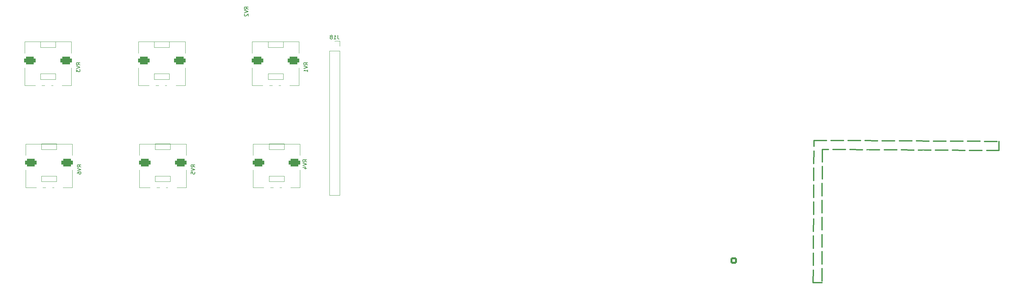
<source format=gbo>
G04 #@! TF.GenerationSoftware,KiCad,Pcbnew,7.0.2*
G04 #@! TF.CreationDate,2024-04-03T16:33:45+02:00*
G04 #@! TF.ProjectId,stm_audio_board_V3,73746d5f-6175-4646-996f-5f626f617264,rev?*
G04 #@! TF.SameCoordinates,Original*
G04 #@! TF.FileFunction,Legend,Bot*
G04 #@! TF.FilePolarity,Positive*
%FSLAX46Y46*%
G04 Gerber Fmt 4.6, Leading zero omitted, Abs format (unit mm)*
G04 Created by KiCad (PCBNEW 7.0.2) date 2024-04-03 16:33:45*
%MOMM*%
%LPD*%
G01*
G04 APERTURE LIST*
G04 Aperture macros list*
%AMRoundRect*
0 Rectangle with rounded corners*
0 $1 Rounding radius*
0 $2 $3 $4 $5 $6 $7 $8 $9 X,Y pos of 4 corners*
0 Add a 4 corners polygon primitive as box body*
4,1,4,$2,$3,$4,$5,$6,$7,$8,$9,$2,$3,0*
0 Add four circle primitives for the rounded corners*
1,1,$1+$1,$2,$3*
1,1,$1+$1,$4,$5*
1,1,$1+$1,$6,$7*
1,1,$1+$1,$8,$9*
0 Add four rect primitives between the rounded corners*
20,1,$1+$1,$2,$3,$4,$5,0*
20,1,$1+$1,$4,$5,$6,$7,0*
20,1,$1+$1,$6,$7,$8,$9,0*
20,1,$1+$1,$8,$9,$2,$3,0*%
G04 Aperture macros list end*
%ADD10C,0.300000*%
%ADD11C,0.150000*%
%ADD12C,0.120000*%
%ADD13C,5.600000*%
%ADD14C,3.000000*%
%ADD15R,1.600000X1.600000*%
%ADD16C,1.600000*%
%ADD17R,1.850000X1.850000*%
%ADD18C,1.850000*%
%ADD19R,2.000000X4.600000*%
%ADD20O,2.000000X4.200000*%
%ADD21O,4.200000X2.000000*%
%ADD22RoundRect,0.250000X0.600000X-0.600000X0.600000X0.600000X-0.600000X0.600000X-0.600000X-0.600000X0*%
%ADD23C,1.700000*%
%ADD24R,1.700000X1.700000*%
%ADD25O,1.700000X1.700000*%
%ADD26R,1.524000X1.524000*%
%ADD27C,1.524000*%
%ADD28C,3.500000*%
%ADD29R,1.800000X1.800000*%
%ADD30C,1.800000*%
%ADD31RoundRect,0.500000X1.000000X-0.500000X1.000000X0.500000X-1.000000X0.500000X-1.000000X-0.500000X0*%
G04 APERTURE END LIST*
D10*
X304725000Y-110800000D02*
X304725000Y-113200000D01*
X304725000Y-113200000D02*
X301425057Y-113180537D01*
X300225078Y-113173459D02*
X296925136Y-113153995D01*
X295725157Y-113146918D02*
X292425214Y-113127454D01*
X291225235Y-113120377D02*
X287925292Y-113100913D01*
X286725313Y-113093836D02*
X283425370Y-113074372D01*
X282225391Y-113067295D02*
X278925449Y-113047831D01*
X277725470Y-113040753D02*
X274425527Y-113021290D01*
X273225548Y-113014212D02*
X269925605Y-112994749D01*
X268725626Y-112987671D02*
X265425684Y-112968208D01*
X264225704Y-112961130D02*
X260925762Y-112941667D01*
X259725783Y-112934589D02*
X258100000Y-112925001D01*
X258100000Y-112925000D02*
X258090625Y-116224987D01*
X258087216Y-117424982D02*
X258077841Y-120724969D01*
X258074432Y-121924964D02*
X258065057Y-125224950D01*
X258061648Y-126424946D02*
X258052273Y-129724932D01*
X258048864Y-130924927D02*
X258039489Y-134224914D01*
X258036080Y-135424909D02*
X258026705Y-138724896D01*
X258023296Y-139924891D02*
X258013921Y-143224878D01*
X258010512Y-144424873D02*
X258001137Y-147724860D01*
X258000000Y-148125000D02*
X255700000Y-148125000D01*
X255700000Y-148125000D02*
X255717553Y-144825047D01*
X255723936Y-143625064D02*
X255741489Y-140325110D01*
X255747872Y-139125127D02*
X255765425Y-135825174D01*
X255771807Y-134625191D02*
X255789360Y-131325238D01*
X255795743Y-130125255D02*
X255813296Y-126825301D01*
X255819679Y-125625318D02*
X255837232Y-122325365D01*
X255843615Y-121125382D02*
X255861168Y-117825429D01*
X255867551Y-116625446D02*
X255885104Y-113325492D01*
X255891487Y-112125509D02*
X255900000Y-110525000D01*
X255900000Y-110525000D02*
X259199948Y-110543586D01*
X260399929Y-110550345D02*
X263699876Y-110568932D01*
X264899857Y-110575690D02*
X268199805Y-110594277D01*
X269399786Y-110601036D02*
X272699734Y-110619622D01*
X273899714Y-110626381D02*
X277199662Y-110644967D01*
X278399643Y-110651726D02*
X281699591Y-110670313D01*
X282899572Y-110677071D02*
X286199519Y-110695658D01*
X287399500Y-110702417D02*
X290699448Y-110721003D01*
X291899429Y-110727762D02*
X295199377Y-110746348D01*
X296399358Y-110753107D02*
X299699305Y-110771693D01*
X300899286Y-110778452D02*
X304199234Y-110797039D01*
D11*
X122153814Y-116237442D02*
X121677623Y-115904109D01*
X122153814Y-115666014D02*
X121153814Y-115666014D01*
X121153814Y-115666014D02*
X121153814Y-116046966D01*
X121153814Y-116046966D02*
X121201433Y-116142204D01*
X121201433Y-116142204D02*
X121249052Y-116189823D01*
X121249052Y-116189823D02*
X121344290Y-116237442D01*
X121344290Y-116237442D02*
X121487147Y-116237442D01*
X121487147Y-116237442D02*
X121582385Y-116189823D01*
X121582385Y-116189823D02*
X121630004Y-116142204D01*
X121630004Y-116142204D02*
X121677623Y-116046966D01*
X121677623Y-116046966D02*
X121677623Y-115666014D01*
X121153814Y-116523157D02*
X122153814Y-116856490D01*
X122153814Y-116856490D02*
X121153814Y-117189823D01*
X121487147Y-117951728D02*
X122153814Y-117951728D01*
X121106195Y-117713633D02*
X121820480Y-117475538D01*
X121820480Y-117475538D02*
X121820480Y-118094585D01*
X106696614Y-75856804D02*
X106220423Y-75523471D01*
X106696614Y-75285376D02*
X105696614Y-75285376D01*
X105696614Y-75285376D02*
X105696614Y-75666328D01*
X105696614Y-75666328D02*
X105744233Y-75761566D01*
X105744233Y-75761566D02*
X105791852Y-75809185D01*
X105791852Y-75809185D02*
X105887090Y-75856804D01*
X105887090Y-75856804D02*
X106029947Y-75856804D01*
X106029947Y-75856804D02*
X106125185Y-75809185D01*
X106125185Y-75809185D02*
X106172804Y-75761566D01*
X106172804Y-75761566D02*
X106220423Y-75666328D01*
X106220423Y-75666328D02*
X106220423Y-75285376D01*
X105696614Y-76142519D02*
X106696614Y-76475852D01*
X106696614Y-76475852D02*
X105696614Y-76809185D01*
X105791852Y-77094900D02*
X105744233Y-77142519D01*
X105744233Y-77142519D02*
X105696614Y-77237757D01*
X105696614Y-77237757D02*
X105696614Y-77475852D01*
X105696614Y-77475852D02*
X105744233Y-77571090D01*
X105744233Y-77571090D02*
X105791852Y-77618709D01*
X105791852Y-77618709D02*
X105887090Y-77666328D01*
X105887090Y-77666328D02*
X105982328Y-77666328D01*
X105982328Y-77666328D02*
X106125185Y-77618709D01*
X106125185Y-77618709D02*
X106696614Y-77047281D01*
X106696614Y-77047281D02*
X106696614Y-77666328D01*
X92661814Y-117609042D02*
X92185623Y-117275709D01*
X92661814Y-117037614D02*
X91661814Y-117037614D01*
X91661814Y-117037614D02*
X91661814Y-117418566D01*
X91661814Y-117418566D02*
X91709433Y-117513804D01*
X91709433Y-117513804D02*
X91757052Y-117561423D01*
X91757052Y-117561423D02*
X91852290Y-117609042D01*
X91852290Y-117609042D02*
X91995147Y-117609042D01*
X91995147Y-117609042D02*
X92090385Y-117561423D01*
X92090385Y-117561423D02*
X92138004Y-117513804D01*
X92138004Y-117513804D02*
X92185623Y-117418566D01*
X92185623Y-117418566D02*
X92185623Y-117037614D01*
X91661814Y-117894757D02*
X92661814Y-118228090D01*
X92661814Y-118228090D02*
X91661814Y-118561423D01*
X91661814Y-119370947D02*
X91661814Y-118894757D01*
X91661814Y-118894757D02*
X92138004Y-118847138D01*
X92138004Y-118847138D02*
X92090385Y-118894757D01*
X92090385Y-118894757D02*
X92042766Y-118989995D01*
X92042766Y-118989995D02*
X92042766Y-119228090D01*
X92042766Y-119228090D02*
X92090385Y-119323328D01*
X92090385Y-119323328D02*
X92138004Y-119370947D01*
X92138004Y-119370947D02*
X92233242Y-119418566D01*
X92233242Y-119418566D02*
X92471337Y-119418566D01*
X92471337Y-119418566D02*
X92566575Y-119370947D01*
X92566575Y-119370947D02*
X92614195Y-119323328D01*
X92614195Y-119323328D02*
X92661814Y-119228090D01*
X92661814Y-119228090D02*
X92661814Y-118989995D01*
X92661814Y-118989995D02*
X92614195Y-118894757D01*
X92614195Y-118894757D02*
X92566575Y-118847138D01*
X130317123Y-82719819D02*
X130317123Y-83434104D01*
X130317123Y-83434104D02*
X130364742Y-83576961D01*
X130364742Y-83576961D02*
X130459980Y-83672200D01*
X130459980Y-83672200D02*
X130602837Y-83719819D01*
X130602837Y-83719819D02*
X130698075Y-83719819D01*
X129317123Y-83719819D02*
X129888551Y-83719819D01*
X129602837Y-83719819D02*
X129602837Y-82719819D01*
X129602837Y-82719819D02*
X129698075Y-82862676D01*
X129698075Y-82862676D02*
X129793313Y-82957914D01*
X129793313Y-82957914D02*
X129888551Y-83005533D01*
X128745694Y-83148390D02*
X128840932Y-83100771D01*
X128840932Y-83100771D02*
X128888551Y-83053152D01*
X128888551Y-83053152D02*
X128936170Y-82957914D01*
X128936170Y-82957914D02*
X128936170Y-82910295D01*
X128936170Y-82910295D02*
X128888551Y-82815057D01*
X128888551Y-82815057D02*
X128840932Y-82767438D01*
X128840932Y-82767438D02*
X128745694Y-82719819D01*
X128745694Y-82719819D02*
X128555218Y-82719819D01*
X128555218Y-82719819D02*
X128459980Y-82767438D01*
X128459980Y-82767438D02*
X128412361Y-82815057D01*
X128412361Y-82815057D02*
X128364742Y-82910295D01*
X128364742Y-82910295D02*
X128364742Y-82957914D01*
X128364742Y-82957914D02*
X128412361Y-83053152D01*
X128412361Y-83053152D02*
X128459980Y-83100771D01*
X128459980Y-83100771D02*
X128555218Y-83148390D01*
X128555218Y-83148390D02*
X128745694Y-83148390D01*
X128745694Y-83148390D02*
X128840932Y-83196009D01*
X128840932Y-83196009D02*
X128888551Y-83243628D01*
X128888551Y-83243628D02*
X128936170Y-83338866D01*
X128936170Y-83338866D02*
X128936170Y-83529342D01*
X128936170Y-83529342D02*
X128888551Y-83624580D01*
X128888551Y-83624580D02*
X128840932Y-83672200D01*
X128840932Y-83672200D02*
X128745694Y-83719819D01*
X128745694Y-83719819D02*
X128555218Y-83719819D01*
X128555218Y-83719819D02*
X128459980Y-83672200D01*
X128459980Y-83672200D02*
X128412361Y-83624580D01*
X128412361Y-83624580D02*
X128364742Y-83529342D01*
X128364742Y-83529342D02*
X128364742Y-83338866D01*
X128364742Y-83338866D02*
X128412361Y-83243628D01*
X128412361Y-83243628D02*
X128459980Y-83196009D01*
X128459980Y-83196009D02*
X128555218Y-83148390D01*
X62407814Y-90576004D02*
X61931623Y-90242671D01*
X62407814Y-90004576D02*
X61407814Y-90004576D01*
X61407814Y-90004576D02*
X61407814Y-90385528D01*
X61407814Y-90385528D02*
X61455433Y-90480766D01*
X61455433Y-90480766D02*
X61503052Y-90528385D01*
X61503052Y-90528385D02*
X61598290Y-90576004D01*
X61598290Y-90576004D02*
X61741147Y-90576004D01*
X61741147Y-90576004D02*
X61836385Y-90528385D01*
X61836385Y-90528385D02*
X61884004Y-90480766D01*
X61884004Y-90480766D02*
X61931623Y-90385528D01*
X61931623Y-90385528D02*
X61931623Y-90004576D01*
X61407814Y-90861719D02*
X62407814Y-91195052D01*
X62407814Y-91195052D02*
X61407814Y-91528385D01*
X61407814Y-91766481D02*
X61407814Y-92385528D01*
X61407814Y-92385528D02*
X61788766Y-92052195D01*
X61788766Y-92052195D02*
X61788766Y-92195052D01*
X61788766Y-92195052D02*
X61836385Y-92290290D01*
X61836385Y-92290290D02*
X61884004Y-92337909D01*
X61884004Y-92337909D02*
X61979242Y-92385528D01*
X61979242Y-92385528D02*
X62217337Y-92385528D01*
X62217337Y-92385528D02*
X62312575Y-92337909D01*
X62312575Y-92337909D02*
X62360195Y-92290290D01*
X62360195Y-92290290D02*
X62407814Y-92195052D01*
X62407814Y-92195052D02*
X62407814Y-91909338D01*
X62407814Y-91909338D02*
X62360195Y-91814100D01*
X62360195Y-91814100D02*
X62312575Y-91766481D01*
X62661814Y-117609042D02*
X62185623Y-117275709D01*
X62661814Y-117037614D02*
X61661814Y-117037614D01*
X61661814Y-117037614D02*
X61661814Y-117418566D01*
X61661814Y-117418566D02*
X61709433Y-117513804D01*
X61709433Y-117513804D02*
X61757052Y-117561423D01*
X61757052Y-117561423D02*
X61852290Y-117609042D01*
X61852290Y-117609042D02*
X61995147Y-117609042D01*
X61995147Y-117609042D02*
X62090385Y-117561423D01*
X62090385Y-117561423D02*
X62138004Y-117513804D01*
X62138004Y-117513804D02*
X62185623Y-117418566D01*
X62185623Y-117418566D02*
X62185623Y-117037614D01*
X61661814Y-117894757D02*
X62661814Y-118228090D01*
X62661814Y-118228090D02*
X61661814Y-118561423D01*
X61661814Y-119323328D02*
X61661814Y-119132852D01*
X61661814Y-119132852D02*
X61709433Y-119037614D01*
X61709433Y-119037614D02*
X61757052Y-118989995D01*
X61757052Y-118989995D02*
X61899909Y-118894757D01*
X61899909Y-118894757D02*
X62090385Y-118847138D01*
X62090385Y-118847138D02*
X62471337Y-118847138D01*
X62471337Y-118847138D02*
X62566575Y-118894757D01*
X62566575Y-118894757D02*
X62614195Y-118942376D01*
X62614195Y-118942376D02*
X62661814Y-119037614D01*
X62661814Y-119037614D02*
X62661814Y-119228090D01*
X62661814Y-119228090D02*
X62614195Y-119323328D01*
X62614195Y-119323328D02*
X62566575Y-119370947D01*
X62566575Y-119370947D02*
X62471337Y-119418566D01*
X62471337Y-119418566D02*
X62233242Y-119418566D01*
X62233242Y-119418566D02*
X62138004Y-119370947D01*
X62138004Y-119370947D02*
X62090385Y-119323328D01*
X62090385Y-119323328D02*
X62042766Y-119228090D01*
X62042766Y-119228090D02*
X62042766Y-119037614D01*
X62042766Y-119037614D02*
X62090385Y-118942376D01*
X62090385Y-118942376D02*
X62138004Y-118894757D01*
X62138004Y-118894757D02*
X62233242Y-118847138D01*
X122407814Y-90576004D02*
X121931623Y-90242671D01*
X122407814Y-90004576D02*
X121407814Y-90004576D01*
X121407814Y-90004576D02*
X121407814Y-90385528D01*
X121407814Y-90385528D02*
X121455433Y-90480766D01*
X121455433Y-90480766D02*
X121503052Y-90528385D01*
X121503052Y-90528385D02*
X121598290Y-90576004D01*
X121598290Y-90576004D02*
X121741147Y-90576004D01*
X121741147Y-90576004D02*
X121836385Y-90528385D01*
X121836385Y-90528385D02*
X121884004Y-90480766D01*
X121884004Y-90480766D02*
X121931623Y-90385528D01*
X121931623Y-90385528D02*
X121931623Y-90004576D01*
X121407814Y-90861719D02*
X122407814Y-91195052D01*
X122407814Y-91195052D02*
X121407814Y-91528385D01*
X122407814Y-92385528D02*
X122407814Y-91814100D01*
X122407814Y-92099814D02*
X121407814Y-92099814D01*
X121407814Y-92099814D02*
X121550671Y-92004576D01*
X121550671Y-92004576D02*
X121645909Y-91909338D01*
X121645909Y-91909338D02*
X121693528Y-91814100D01*
D12*
X108029195Y-123049281D02*
X108029195Y-118383281D01*
X110829195Y-123049281D02*
X108029195Y-123049281D01*
X113328195Y-123049281D02*
X112569195Y-123049281D01*
X115499195Y-123049281D02*
X115069195Y-123049281D01*
X120369195Y-123049281D02*
X117899195Y-123049281D01*
X120369195Y-123049281D02*
X120369195Y-118383281D01*
X108029195Y-114474281D02*
X108029195Y-111459281D01*
X120369195Y-114474281D02*
X120369195Y-111459281D01*
X120369195Y-111459281D02*
X108029195Y-111459281D01*
X116199195Y-121429281D02*
X112199195Y-121429281D01*
X112199195Y-121429281D02*
X112199195Y-119929281D01*
X112199195Y-119929281D02*
X116199195Y-119929281D01*
X116199195Y-119929281D02*
X116199195Y-121429281D01*
X116199195Y-112929281D02*
X112199195Y-112929281D01*
X112199195Y-112929281D02*
X112199195Y-111429281D01*
X112199195Y-111429281D02*
X116199195Y-111429281D01*
X116199195Y-111429281D02*
X116199195Y-112929281D01*
X77775195Y-96016243D02*
X77775195Y-91350243D01*
X80575195Y-96016243D02*
X77775195Y-96016243D01*
X83074195Y-96016243D02*
X82315195Y-96016243D01*
X85245195Y-96016243D02*
X84815195Y-96016243D01*
X90115195Y-96016243D02*
X87645195Y-96016243D01*
X90115195Y-96016243D02*
X90115195Y-91350243D01*
X77775195Y-87441243D02*
X77775195Y-84426243D01*
X90115195Y-87441243D02*
X90115195Y-84426243D01*
X90115195Y-84426243D02*
X77775195Y-84426243D01*
X85945195Y-94396243D02*
X81945195Y-94396243D01*
X81945195Y-94396243D02*
X81945195Y-92896243D01*
X81945195Y-92896243D02*
X85945195Y-92896243D01*
X85945195Y-92896243D02*
X85945195Y-94396243D01*
X85945195Y-85896243D02*
X81945195Y-85896243D01*
X81945195Y-85896243D02*
X81945195Y-84396243D01*
X81945195Y-84396243D02*
X85945195Y-84396243D01*
X85945195Y-84396243D02*
X85945195Y-85896243D01*
X78029195Y-123049281D02*
X78029195Y-118383281D01*
X80829195Y-123049281D02*
X78029195Y-123049281D01*
X83328195Y-123049281D02*
X82569195Y-123049281D01*
X85499195Y-123049281D02*
X85069195Y-123049281D01*
X90369195Y-123049281D02*
X87899195Y-123049281D01*
X90369195Y-123049281D02*
X90369195Y-118383281D01*
X78029195Y-114474281D02*
X78029195Y-111459281D01*
X90369195Y-114474281D02*
X90369195Y-111459281D01*
X90369195Y-111459281D02*
X78029195Y-111459281D01*
X86199195Y-121429281D02*
X82199195Y-121429281D01*
X82199195Y-121429281D02*
X82199195Y-119929281D01*
X82199195Y-119929281D02*
X86199195Y-119929281D01*
X86199195Y-119929281D02*
X86199195Y-121429281D01*
X86199195Y-112929281D02*
X82199195Y-112929281D01*
X82199195Y-112929281D02*
X82199195Y-111429281D01*
X82199195Y-111429281D02*
X86199195Y-111429281D01*
X86199195Y-111429281D02*
X86199195Y-112929281D01*
X130837600Y-125017200D02*
X128177600Y-125017200D01*
X130837600Y-86857200D02*
X130837600Y-125017200D01*
X130837600Y-86857200D02*
X128177600Y-86857200D01*
X130837600Y-85587200D02*
X130837600Y-84257200D01*
X130837600Y-84257200D02*
X129507600Y-84257200D01*
X128177600Y-86857200D02*
X128177600Y-125017200D01*
X47775195Y-96016243D02*
X47775195Y-91350243D01*
X50575195Y-96016243D02*
X47775195Y-96016243D01*
X53074195Y-96016243D02*
X52315195Y-96016243D01*
X55245195Y-96016243D02*
X54815195Y-96016243D01*
X60115195Y-96016243D02*
X57645195Y-96016243D01*
X60115195Y-96016243D02*
X60115195Y-91350243D01*
X47775195Y-87441243D02*
X47775195Y-84426243D01*
X60115195Y-87441243D02*
X60115195Y-84426243D01*
X60115195Y-84426243D02*
X47775195Y-84426243D01*
X55945195Y-94396243D02*
X51945195Y-94396243D01*
X51945195Y-94396243D02*
X51945195Y-92896243D01*
X51945195Y-92896243D02*
X55945195Y-92896243D01*
X55945195Y-92896243D02*
X55945195Y-94396243D01*
X55945195Y-85896243D02*
X51945195Y-85896243D01*
X51945195Y-85896243D02*
X51945195Y-84396243D01*
X51945195Y-84396243D02*
X55945195Y-84396243D01*
X55945195Y-84396243D02*
X55945195Y-85896243D01*
X48029195Y-123049281D02*
X48029195Y-118383281D01*
X50829195Y-123049281D02*
X48029195Y-123049281D01*
X53328195Y-123049281D02*
X52569195Y-123049281D01*
X55499195Y-123049281D02*
X55069195Y-123049281D01*
X60369195Y-123049281D02*
X57899195Y-123049281D01*
X60369195Y-123049281D02*
X60369195Y-118383281D01*
X48029195Y-114474281D02*
X48029195Y-111459281D01*
X60369195Y-114474281D02*
X60369195Y-111459281D01*
X60369195Y-111459281D02*
X48029195Y-111459281D01*
X56199195Y-121429281D02*
X52199195Y-121429281D01*
X52199195Y-121429281D02*
X52199195Y-119929281D01*
X52199195Y-119929281D02*
X56199195Y-119929281D01*
X56199195Y-119929281D02*
X56199195Y-121429281D01*
X56199195Y-112929281D02*
X52199195Y-112929281D01*
X52199195Y-112929281D02*
X52199195Y-111429281D01*
X52199195Y-111429281D02*
X56199195Y-111429281D01*
X56199195Y-111429281D02*
X56199195Y-112929281D01*
X107775195Y-96016243D02*
X107775195Y-91350243D01*
X110575195Y-96016243D02*
X107775195Y-96016243D01*
X113074195Y-96016243D02*
X112315195Y-96016243D01*
X115245195Y-96016243D02*
X114815195Y-96016243D01*
X120115195Y-96016243D02*
X117645195Y-96016243D01*
X120115195Y-96016243D02*
X120115195Y-91350243D01*
X107775195Y-87441243D02*
X107775195Y-84426243D01*
X120115195Y-87441243D02*
X120115195Y-84426243D01*
X120115195Y-84426243D02*
X107775195Y-84426243D01*
X115945195Y-94396243D02*
X111945195Y-94396243D01*
X111945195Y-94396243D02*
X111945195Y-92896243D01*
X111945195Y-92896243D02*
X115945195Y-92896243D01*
X115945195Y-92896243D02*
X115945195Y-94396243D01*
X115945195Y-85896243D02*
X111945195Y-85896243D01*
X111945195Y-85896243D02*
X111945195Y-84396243D01*
X111945195Y-84396243D02*
X115945195Y-84396243D01*
X115945195Y-84396243D02*
X115945195Y-85896243D01*
%LPC*%
D13*
X298500000Y-54518750D03*
X298500000Y-104793750D03*
D14*
X53951445Y-81097886D03*
X53951445Y-64867886D03*
X47601445Y-81097886D03*
X47601445Y-64867886D03*
X60301445Y-81097886D03*
X60301445Y-64867886D03*
X242486250Y-39983400D03*
X258716250Y-39983400D03*
X242486250Y-33633400D03*
X258716250Y-33633400D03*
X242486250Y-46333400D03*
X258716250Y-46333400D03*
X192486250Y-39983400D03*
X208716250Y-39983400D03*
X192486250Y-33633400D03*
X208716250Y-33633400D03*
X192486250Y-46333400D03*
X208716250Y-46333400D03*
D15*
X134714759Y-139200000D03*
D16*
X134714759Y-141700000D03*
D14*
X112476251Y-39983400D03*
X128706251Y-39983400D03*
X112476251Y-33633400D03*
X128706251Y-33633400D03*
X112476251Y-46333400D03*
X128706251Y-46333400D03*
D17*
X284822821Y-119213400D03*
D18*
X284822821Y-116673400D03*
X284822821Y-114133400D03*
X284822821Y-109053400D03*
X284822821Y-106513400D03*
X284822821Y-103973400D03*
X284822821Y-101433400D03*
D15*
X252948559Y-101523400D03*
D16*
X252948559Y-99023400D03*
D15*
X227360241Y-123050000D03*
D16*
X229860241Y-123050000D03*
D19*
X290236200Y-142092000D03*
D20*
X296536200Y-142092000D03*
D21*
X293136200Y-137292000D03*
D15*
X277284562Y-140991800D03*
D16*
X277284562Y-143491800D03*
D15*
X220426287Y-103665080D03*
D16*
X220426287Y-101165080D03*
D22*
X234707600Y-142351400D03*
D23*
X234707600Y-139811400D03*
X237247600Y-142351400D03*
X237247600Y-139811400D03*
X239787600Y-142351400D03*
X239787600Y-139811400D03*
X242327600Y-142351400D03*
X242327600Y-139811400D03*
X244867600Y-142351400D03*
X244867600Y-139811400D03*
D15*
X239044959Y-118066160D03*
D16*
X239044959Y-115566160D03*
D15*
X271207000Y-126652135D03*
D16*
X271207000Y-124152135D03*
D15*
X273152759Y-83766318D03*
D16*
X275652759Y-83766318D03*
D15*
X248487000Y-105597641D03*
D16*
X248487000Y-108097641D03*
D14*
X62476251Y-39983400D03*
X78706251Y-39983400D03*
X62476251Y-33633400D03*
X78706251Y-33633400D03*
X62476251Y-46333400D03*
X78706251Y-46333400D03*
D15*
X271319359Y-67616000D03*
D16*
X271319359Y-65116000D03*
D15*
X271023200Y-57736159D03*
D16*
X271023200Y-60236159D03*
D15*
X270076167Y-140991800D03*
D16*
X270076167Y-143491800D03*
D14*
X137476251Y-39983400D03*
X153706251Y-39983400D03*
X137476251Y-33633400D03*
X153706251Y-33633400D03*
X137476251Y-46333400D03*
X153706251Y-46333400D03*
D13*
X48500000Y-54518750D03*
D15*
X290807800Y-83804759D03*
D16*
X293307800Y-83804759D03*
D15*
X245833800Y-101407041D03*
D16*
X245833800Y-98907041D03*
D24*
X169215820Y-88374078D03*
D25*
X166675820Y-88374078D03*
X164135820Y-88374078D03*
X161595820Y-88374078D03*
D15*
X167750000Y-139160241D03*
D16*
X167750000Y-141660241D03*
D24*
X221119899Y-137824541D03*
D25*
X218579899Y-137824541D03*
X216039899Y-137824541D03*
X213499899Y-137824541D03*
D15*
X284492959Y-140991800D03*
D16*
X284492959Y-143491800D03*
D17*
X270210359Y-119113221D03*
D18*
X270210359Y-116573221D03*
X270210359Y-114033221D03*
X270210359Y-108953221D03*
X270210359Y-106413221D03*
X270210359Y-103873221D03*
X270210359Y-101333221D03*
D13*
X48500000Y-104518750D03*
D15*
X231193800Y-107135441D03*
D16*
X228693800Y-107135441D03*
D26*
X53563600Y-132496400D03*
D27*
X53563600Y-134996400D03*
X53563600Y-136996400D03*
X53563600Y-139496400D03*
D28*
X50853600Y-129426400D03*
X50853600Y-142566400D03*
D14*
X87476251Y-39983400D03*
X103706251Y-39983400D03*
X87476251Y-33633400D03*
X103706251Y-33633400D03*
X87476251Y-46333400D03*
X103706251Y-46333400D03*
D15*
X278203000Y-126731800D03*
D16*
X278203000Y-124231800D03*
D15*
X274745670Y-130492600D03*
D16*
X274745670Y-132992600D03*
D13*
X177889000Y-93435400D03*
X171807600Y-46643600D03*
D14*
X267486250Y-39983400D03*
X283716250Y-39983400D03*
X267486250Y-33633400D03*
X283716250Y-33633400D03*
X267486250Y-46333400D03*
X283716250Y-46333400D03*
D15*
X262867772Y-140991800D03*
D16*
X262867772Y-143491800D03*
D14*
X217486250Y-39983400D03*
X233716250Y-39983400D03*
X217486250Y-33633400D03*
X233716250Y-33633400D03*
X217486250Y-46333400D03*
X233716250Y-46333400D03*
D29*
X116699195Y-123929281D03*
D30*
X114199195Y-123929281D03*
X111699195Y-123929281D03*
D31*
X109449195Y-116429281D03*
X118949195Y-116429281D03*
D29*
X86445195Y-96896243D03*
D30*
X83945195Y-96896243D03*
X81445195Y-96896243D03*
D31*
X79195195Y-89396243D03*
X88695195Y-89396243D03*
D29*
X86699195Y-123929281D03*
D30*
X84199195Y-123929281D03*
X81699195Y-123929281D03*
D31*
X79449195Y-116429281D03*
X88949195Y-116429281D03*
D24*
X129507600Y-85587200D03*
D25*
X129507600Y-88127200D03*
X129507600Y-90667200D03*
X129507600Y-93207200D03*
X129507600Y-95747200D03*
X129507600Y-98287200D03*
X129507600Y-100827200D03*
X129507600Y-103367200D03*
X129507600Y-105907200D03*
X129507600Y-108447200D03*
X129507600Y-110987200D03*
X129507600Y-113527200D03*
X129507600Y-116067200D03*
X129507600Y-118607200D03*
X129507600Y-121147200D03*
X129507600Y-123687200D03*
D29*
X56445195Y-96896243D03*
D30*
X53945195Y-96896243D03*
X51445195Y-96896243D03*
D31*
X49195195Y-89396243D03*
X58695195Y-89396243D03*
D29*
X56699195Y-123929281D03*
D30*
X54199195Y-123929281D03*
X51699195Y-123929281D03*
D31*
X49449195Y-116429281D03*
X58949195Y-116429281D03*
D29*
X116445195Y-96896243D03*
D30*
X113945195Y-96896243D03*
X111445195Y-96896243D03*
D31*
X109195195Y-89396243D03*
X118695195Y-89396243D03*
%LPD*%
M02*

</source>
